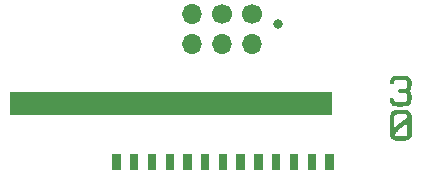
<source format=gbr>
%TF.GenerationSoftware,KiCad,Pcbnew,(6.0.5)*%
%TF.CreationDate,2022-07-13T10:20:42-06:00*%
%TF.ProjectId,modem,6d6f6465-6d2e-46b6-9963-61645f706362,rev?*%
%TF.SameCoordinates,Original*%
%TF.FileFunction,Soldermask,Top*%
%TF.FilePolarity,Negative*%
%FSLAX46Y46*%
G04 Gerber Fmt 4.6, Leading zero omitted, Abs format (unit mm)*
G04 Created by KiCad (PCBNEW (6.0.5)) date 2022-07-13 10:20:42*
%MOMM*%
%LPD*%
G01*
G04 APERTURE LIST*
%ADD10O,1.700000X1.700000*%
%ADD11C,1.700000*%
%ADD12C,0.800000*%
G04 APERTURE END LIST*
%TO.C,G\u002A\u002A\u002A*%
G36*
X152170133Y-65504904D02*
G01*
X151449866Y-65504904D01*
X151449866Y-64191476D01*
X152170133Y-64191476D01*
X152170133Y-65504904D01*
G37*
G36*
X143145613Y-65504904D02*
G01*
X142446530Y-65504904D01*
X142446530Y-64191476D01*
X143145613Y-64191476D01*
X143145613Y-65504904D01*
G37*
G36*
X150666047Y-65504904D02*
G01*
X149966964Y-65504904D01*
X149966964Y-64191476D01*
X150666047Y-64191476D01*
X150666047Y-65504904D01*
G37*
G36*
X155157123Y-65504904D02*
G01*
X154458040Y-65504904D01*
X154458040Y-64191476D01*
X155157123Y-64191476D01*
X155157123Y-65504904D01*
G37*
G36*
X149161960Y-65504904D02*
G01*
X148462877Y-65504904D01*
X148462877Y-64191476D01*
X149161960Y-64191476D01*
X149161960Y-65504904D01*
G37*
G36*
X147657873Y-65504904D02*
G01*
X146958791Y-65504904D01*
X146958791Y-64191476D01*
X147657873Y-64191476D01*
X147657873Y-65504904D01*
G37*
G36*
X161173470Y-65504904D02*
G01*
X160474387Y-65504904D01*
X160474387Y-64191476D01*
X161173470Y-64191476D01*
X161173470Y-65504904D01*
G37*
G36*
X158165296Y-65504904D02*
G01*
X157466213Y-65504904D01*
X157466213Y-64191476D01*
X158165296Y-64191476D01*
X158165296Y-65504904D01*
G37*
G36*
X167005093Y-57518518D02*
G01*
X167127918Y-57519194D01*
X167220630Y-57520998D01*
X167289357Y-57524483D01*
X167340228Y-57530202D01*
X167379370Y-57538708D01*
X167412910Y-57550554D01*
X167446978Y-57566295D01*
X167462712Y-57574097D01*
X167578651Y-57652891D01*
X167675038Y-57759460D01*
X167742683Y-57882450D01*
X167762324Y-57944313D01*
X167774592Y-58020964D01*
X167779660Y-58122533D01*
X167777723Y-58255712D01*
X167773944Y-58340993D01*
X167764804Y-58479911D01*
X167752486Y-58584693D01*
X167734949Y-58663556D01*
X167710151Y-58724716D01*
X167676049Y-58776391D01*
X167661369Y-58793949D01*
X167645494Y-58818473D01*
X167647023Y-58846029D01*
X167668880Y-58888408D01*
X167694726Y-58928513D01*
X167732146Y-58993328D01*
X167758112Y-59061746D01*
X167773768Y-59141878D01*
X167780258Y-59241833D01*
X167778729Y-59369723D01*
X167773243Y-59484740D01*
X167763155Y-59622272D01*
X167748493Y-59726771D01*
X167725804Y-59807555D01*
X167691632Y-59873946D01*
X167642524Y-59935264D01*
X167585524Y-59991219D01*
X167530215Y-60038140D01*
X167474234Y-60074598D01*
X167411404Y-60101841D01*
X167335548Y-60121118D01*
X167240490Y-60133679D01*
X167120052Y-60140773D01*
X166968058Y-60143649D01*
X166831134Y-60143795D01*
X166655411Y-60142050D01*
X166517654Y-60137973D01*
X166413513Y-60131308D01*
X166338637Y-60121796D01*
X166298150Y-60112361D01*
X166226303Y-60080502D01*
X166147459Y-60031281D01*
X166103969Y-59997084D01*
X166003371Y-59886773D01*
X165942518Y-59766100D01*
X165919165Y-59630346D01*
X165918757Y-59608011D01*
X165922031Y-59532221D01*
X165935176Y-59482440D01*
X165963179Y-59442596D01*
X165973328Y-59432060D01*
X166017468Y-59396335D01*
X166063886Y-59385171D01*
X166113941Y-59389029D01*
X166186397Y-59406100D01*
X166234489Y-59440037D01*
X166267447Y-59500222D01*
X166286930Y-59564851D01*
X166314956Y-59642830D01*
X166357591Y-59696093D01*
X166385798Y-59717500D01*
X166412479Y-59734411D01*
X166439488Y-59746767D01*
X166473445Y-59755152D01*
X166520973Y-59760154D01*
X166588694Y-59762357D01*
X166683229Y-59762347D01*
X166811200Y-59760711D01*
X166864736Y-59759868D01*
X167005658Y-59757430D01*
X167110575Y-59754740D01*
X167185846Y-59751001D01*
X167237831Y-59745412D01*
X167272890Y-59737178D01*
X167297383Y-59725500D01*
X167317669Y-59709579D01*
X167325861Y-59702003D01*
X167348653Y-59678726D01*
X167364022Y-59654068D01*
X167373427Y-59619647D01*
X167378331Y-59567078D01*
X167380193Y-59487980D01*
X167380475Y-59388572D01*
X167380027Y-59278491D01*
X167377753Y-59202347D01*
X167372257Y-59151710D01*
X167362143Y-59118151D01*
X167346016Y-59093238D01*
X167328477Y-59074500D01*
X167302183Y-59051113D01*
X167273241Y-59036024D01*
X167232152Y-59027430D01*
X167169418Y-59023528D01*
X167075542Y-59022516D01*
X167054460Y-59022502D01*
X166913356Y-59018891D01*
X166809132Y-59006336D01*
X166736779Y-58982249D01*
X166691290Y-58944043D01*
X166667654Y-58889131D01*
X166660882Y-58819238D01*
X166664718Y-58758215D01*
X166681161Y-58713701D01*
X166715980Y-58682768D01*
X166774940Y-58662485D01*
X166863810Y-58649925D01*
X166988356Y-58642156D01*
X167011425Y-58641184D01*
X167121758Y-58636228D01*
X167198288Y-58630679D01*
X167249563Y-58622750D01*
X167284131Y-58610651D01*
X167310540Y-58592596D01*
X167329547Y-58574661D01*
X167354909Y-58546435D01*
X167371546Y-58516201D01*
X167381647Y-58474220D01*
X167387402Y-58410754D01*
X167391000Y-58316064D01*
X167391470Y-58299265D01*
X167390980Y-58159914D01*
X167379919Y-58056650D01*
X167356998Y-57984221D01*
X167320926Y-57937372D01*
X167298924Y-57922622D01*
X167261137Y-57914184D01*
X167185004Y-57907498D01*
X167074517Y-57902762D01*
X166933670Y-57900173D01*
X166835789Y-57899733D01*
X166678887Y-57900136D01*
X166558744Y-57902560D01*
X166469752Y-57908821D01*
X166406305Y-57920740D01*
X166362792Y-57940134D01*
X166333607Y-57968822D01*
X166313141Y-58008622D01*
X166295785Y-58061354D01*
X166291424Y-58076257D01*
X166256281Y-58169519D01*
X166212223Y-58226842D01*
X166152448Y-58254603D01*
X166095553Y-58259866D01*
X166013305Y-58247090D01*
X165958234Y-58206520D01*
X165927685Y-58134792D01*
X165918956Y-58036066D01*
X165939500Y-57898938D01*
X165997742Y-57772588D01*
X166089260Y-57663189D01*
X166209635Y-57576916D01*
X166267626Y-57549107D01*
X166302161Y-57538727D01*
X166353126Y-57530812D01*
X166425581Y-57525092D01*
X166524585Y-57521300D01*
X166655197Y-57519166D01*
X166822477Y-57518424D01*
X166846028Y-57518415D01*
X167005093Y-57518518D01*
G37*
G36*
X156661209Y-65504904D02*
G01*
X155962127Y-65504904D01*
X155962127Y-64191476D01*
X156661209Y-64191476D01*
X156661209Y-65504904D01*
G37*
G36*
X146153786Y-65504904D02*
G01*
X145454704Y-65504904D01*
X145454704Y-64191476D01*
X146153786Y-64191476D01*
X146153786Y-65504904D01*
G37*
G36*
X153653036Y-65504904D02*
G01*
X152953953Y-65504904D01*
X152953953Y-64191476D01*
X153653036Y-64191476D01*
X153653036Y-65504904D01*
G37*
G36*
X161067548Y-60865538D02*
G01*
X133782143Y-60865538D01*
X133782143Y-58937765D01*
X161067548Y-58937765D01*
X161067548Y-60865538D01*
G37*
G36*
X159669383Y-65504904D02*
G01*
X158970300Y-65504904D01*
X158970300Y-64191476D01*
X159669383Y-64191476D01*
X159669383Y-65504904D01*
G37*
G36*
X165944459Y-62414873D02*
G01*
X165942566Y-62305208D01*
X165941380Y-62166657D01*
X165940728Y-61995042D01*
X165940440Y-61786187D01*
X165940407Y-61732958D01*
X165940250Y-61436551D01*
X166321259Y-61436551D01*
X166321724Y-61578398D01*
X166323030Y-61705046D01*
X166325044Y-61810711D01*
X166327633Y-61889610D01*
X166330664Y-61935958D01*
X166332970Y-61945938D01*
X166351022Y-61932342D01*
X166396787Y-61893773D01*
X166466452Y-61833564D01*
X166556201Y-61755044D01*
X166662220Y-61661546D01*
X166780693Y-61556399D01*
X166857281Y-61488112D01*
X166982686Y-61375708D01*
X167098700Y-61270958D01*
X167201317Y-61177539D01*
X167286534Y-61099124D01*
X167350345Y-61039389D01*
X167388746Y-61002010D01*
X167397719Y-60992131D01*
X167411371Y-60963904D01*
X167403051Y-60934253D01*
X167368546Y-60890182D01*
X167362418Y-60883277D01*
X167299282Y-60812577D01*
X166955319Y-60805362D01*
X166788607Y-60803015D01*
X166658527Y-60804278D01*
X166559444Y-60809839D01*
X166485723Y-60820390D01*
X166431728Y-60836621D01*
X166391824Y-60859222D01*
X166371560Y-60876864D01*
X166355801Y-60893517D01*
X166343734Y-60911591D01*
X166334866Y-60936569D01*
X166328704Y-60973936D01*
X166324757Y-61029174D01*
X166322530Y-61107767D01*
X166321532Y-61215198D01*
X166321269Y-61356950D01*
X166321259Y-61436551D01*
X165940250Y-61436551D01*
X165939942Y-60852672D01*
X165994549Y-60743088D01*
X166074468Y-60621702D01*
X166181033Y-60529634D01*
X166273657Y-60479851D01*
X166304738Y-60467483D01*
X166339018Y-60458071D01*
X166382223Y-60451309D01*
X166440077Y-60446889D01*
X166518302Y-60444504D01*
X166622625Y-60443847D01*
X166758768Y-60444611D01*
X166902121Y-60446129D01*
X167440491Y-60452443D01*
X167531626Y-60516535D01*
X167629149Y-60600572D01*
X167711644Y-60700892D01*
X167769076Y-60804356D01*
X167783505Y-60846312D01*
X167790180Y-60895070D01*
X167795305Y-60985739D01*
X167798871Y-61117887D01*
X167800871Y-61291084D01*
X167801299Y-61504900D01*
X167800145Y-61758903D01*
X167799970Y-61782827D01*
X167798306Y-61995398D01*
X167796659Y-62169865D01*
X167794788Y-62310493D01*
X167792454Y-62421544D01*
X167789415Y-62507284D01*
X167785433Y-62571977D01*
X167780266Y-62619885D01*
X167773676Y-62655275D01*
X167765422Y-62682408D01*
X167755264Y-62705551D01*
X167747153Y-62721171D01*
X167671944Y-62825528D01*
X167568842Y-62918839D01*
X167456005Y-62986291D01*
X167424280Y-62998818D01*
X167387426Y-63008385D01*
X167339564Y-63015381D01*
X167274815Y-63020191D01*
X167187299Y-63023202D01*
X167071138Y-63024802D01*
X166920453Y-63025377D01*
X166861459Y-63025408D01*
X166698099Y-63025095D01*
X166571212Y-63023896D01*
X166474904Y-63021421D01*
X166403283Y-63017278D01*
X166350455Y-63011077D01*
X166310528Y-63002428D01*
X166277609Y-62990941D01*
X166266156Y-62985952D01*
X166162679Y-62921169D01*
X166066836Y-62829761D01*
X165993710Y-62726813D01*
X165980328Y-62700124D01*
X165970570Y-62676072D01*
X165962554Y-62648193D01*
X165956107Y-62612311D01*
X165951058Y-62564247D01*
X165948002Y-62512785D01*
X166321259Y-62512785D01*
X166335205Y-62545926D01*
X166369186Y-62588866D01*
X166373257Y-62593023D01*
X166391700Y-62610493D01*
X166411262Y-62623533D01*
X166438000Y-62632791D01*
X166477967Y-62638914D01*
X166537220Y-62642552D01*
X166621812Y-62644350D01*
X166737800Y-62644957D01*
X166859315Y-62645021D01*
X167005420Y-62644880D01*
X167115317Y-62644032D01*
X167195164Y-62641839D01*
X167251122Y-62637665D01*
X167289351Y-62630870D01*
X167316009Y-62620817D01*
X167337258Y-62606869D01*
X167352814Y-62593928D01*
X167412252Y-62542836D01*
X167418618Y-62032544D01*
X167419978Y-61853653D01*
X167419168Y-61711899D01*
X167416224Y-61608565D01*
X167411184Y-61544933D01*
X167404085Y-61522287D01*
X167403752Y-61522252D01*
X167383669Y-61535792D01*
X167336804Y-61573696D01*
X167267782Y-61631890D01*
X167181227Y-61706300D01*
X167081764Y-61792850D01*
X166974017Y-61887467D01*
X166862611Y-61986076D01*
X166752171Y-62084602D01*
X166647321Y-62178971D01*
X166552685Y-62265108D01*
X166472888Y-62338940D01*
X166421885Y-62387332D01*
X166370289Y-62441201D01*
X166333994Y-62486775D01*
X166321259Y-62512785D01*
X165948002Y-62512785D01*
X165947232Y-62499827D01*
X165944459Y-62414873D01*
G37*
G36*
X144649700Y-65504904D02*
G01*
X143950617Y-65504904D01*
X143950617Y-64191476D01*
X144649700Y-64191476D01*
X144649700Y-65504904D01*
G37*
%TD*%
D10*
%TO.C,X1*%
X154290000Y-54870000D03*
D11*
X154290000Y-52330000D03*
D10*
X151750000Y-54870000D03*
D11*
X151750000Y-52330000D03*
D10*
X149210000Y-54870000D03*
X149210000Y-52330000D03*
%TD*%
D12*
X156500000Y-53190000D03*
M02*

</source>
